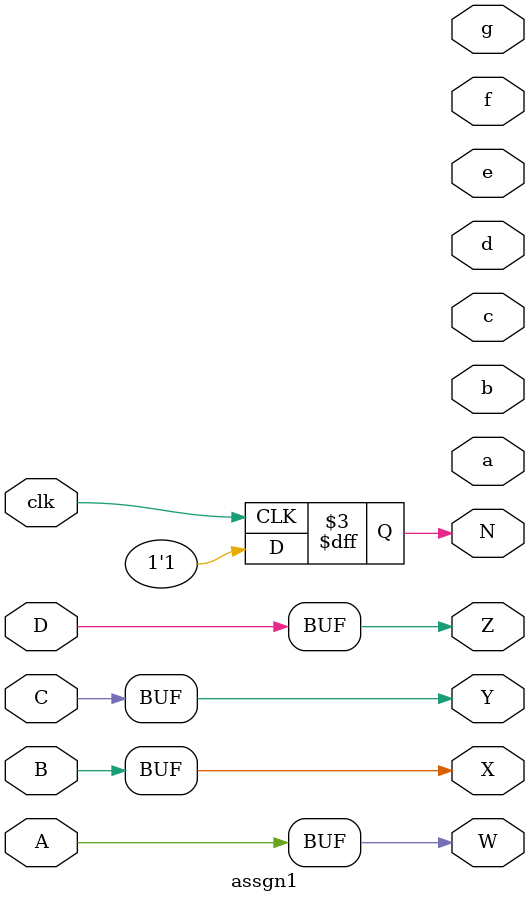
<source format=v>

module assgn1(
    input  wire clk,
input  wire A,
input  wire B,
input  wire C,
input  wire D,
    output reg a,//1-bit variable register // a, b, c, d, e, f, g are the final outputs.
    output reg b,
    output reg c,
    output reg d,
    output reg e,
    output reg f,
    output reg g,
    output reg N,
    output reg W,
    output reg X,
    output reg Y,
    output reg Z,
    

);
  initial 
  begin
    W=A;
  X=B;
  Y=C;
  Z=D;
       
       
end


 always @(posedge clk) begin
 N<=1;
 end

endmodule

</source>
